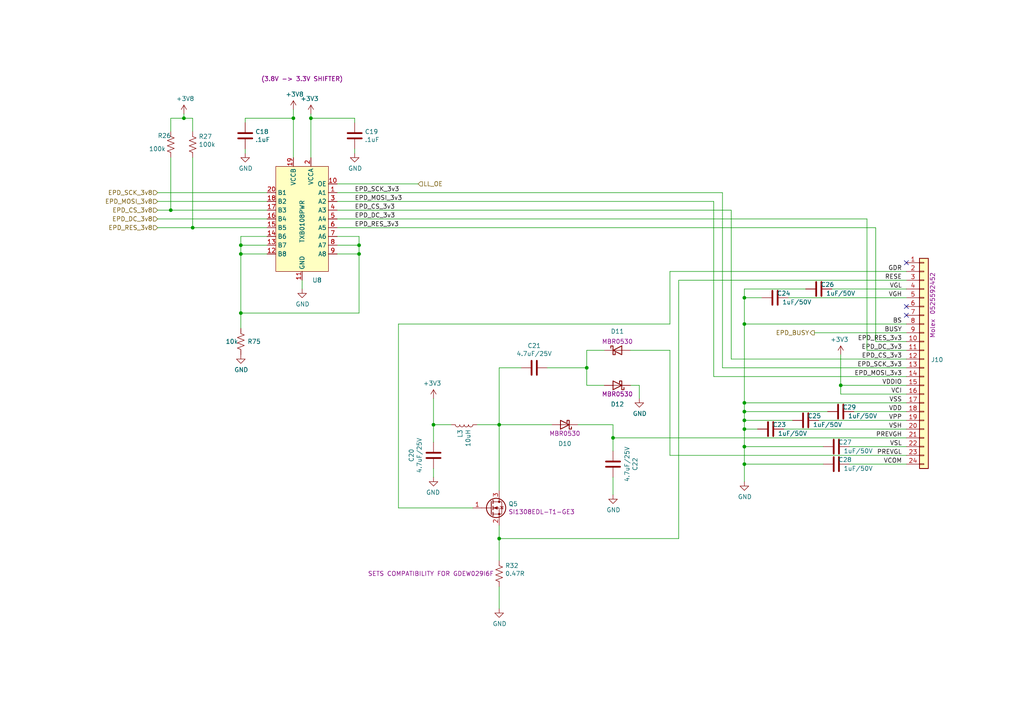
<source format=kicad_sch>
(kicad_sch (version 20211123) (generator eeschema)
  (paper "A4")
  (title_block (title "ePAPER DRIVER") (comment 1 "For Good Display GDEW029I6F "))
  (lib_symbols
    (symbol "Connector_Generic:Conn_01x24" (pin_names (offset 1.016) hide)
      (property "Reference" "J" (at 0 30.48 0))
      (property "Value" "Conn_01x24" (at 0 -33.02 0))
      (symbol "Conn_01x24_1_1"
        (rectangle (start -1.27 -30.353) (end 0 -30.607) (stroke (width 0.1524)))
        (rectangle (start -1.27 -27.813) (end 0 -28.067) (stroke (width 0.1524)))
        (rectangle (start -1.27 -25.273) (end 0 -25.527) (stroke (width 0.1524)))
        (rectangle (start -1.27 -22.733) (end 0 -22.987) (stroke (width 0.1524)))
        (rectangle (start -1.27 -20.193) (end 0 -20.447) (stroke (width 0.1524)))
        (rectangle (start -1.27 -17.653) (end 0 -17.907) (stroke (width 0.1524)))
        (rectangle (start -1.27 -15.113) (end 0 -15.367) (stroke (width 0.1524)))
        (rectangle (start -1.27 -12.573) (end 0 -12.827) (stroke (width 0.1524)))
        (rectangle (start -1.27 -10.033) (end 0 -10.287) (stroke (width 0.1524)))
        (rectangle (start -1.27 -7.493) (end 0 -7.747) (stroke (width 0.1524)))
        (rectangle (start -1.27 -4.953) (end 0 -5.207) (stroke (width 0.1524)))
        (rectangle (start -1.27 -2.413) (end 0 -2.667) (stroke (width 0.1524)))
        (rectangle (start -1.27 0.127) (end 0 -0.127) (stroke (width 0.1524)))
        (rectangle (start -1.27 2.667) (end 0 2.413) (stroke (width 0.1524)))
        (rectangle (start -1.27 5.207) (end 0 4.953) (stroke (width 0.1524)))
        (rectangle (start -1.27 7.747) (end 0 7.493) (stroke (width 0.1524)))
        (rectangle (start -1.27 10.287) (end 0 10.033) (stroke (width 0.1524)))
        (rectangle (start -1.27 12.827) (end 0 12.573) (stroke (width 0.1524)))
        (rectangle (start -1.27 15.367) (end 0 15.113) (stroke (width 0.1524)))
        (rectangle (start -1.27 17.907) (end 0 17.653) (stroke (width 0.1524)))
        (rectangle (start -1.27 20.447) (end 0 20.193) (stroke (width 0.1524)))
        (rectangle (start -1.27 22.987) (end 0 22.733) (stroke (width 0.1524)))
        (rectangle (start -1.27 25.527) (end 0 25.273) (stroke (width 0.1524)))
        (rectangle (start -1.27 28.067) (end 0 27.813) (stroke (width 0.1524)))
        (rectangle (start -1.27 29.21) (end 1.27 -31.75) (stroke (width 0.254)) (fill (type background)))
        (pin passive line (at -5.08 27.94 0) (length 3.81) (name "Pin_1") (number "1"))
        (pin passive line (at -5.08 5.08 0) (length 3.81) (name "Pin_10") (number "10"))
        (pin passive line (at -5.08 2.54 0) (length 3.81) (name "Pin_11") (number "11"))
        (pin passive line (at -5.08 0 0) (length 3.81) (name "Pin_12") (number "12"))
        (pin passive line (at -5.08 -2.54 0) (length 3.81) (name "Pin_13") (number "13"))
        (pin passive line (at -5.08 -5.08 0) (length 3.81) (name "Pin_14") (number "14"))
        (pin passive line (at -5.08 -7.62 0) (length 3.81) (name "Pin_15") (number "15"))
        (pin passive line (at -5.08 -10.16 0) (length 3.81) (name "Pin_16") (number "16"))
        (pin passive line (at -5.08 -12.7 0) (length 3.81) (name "Pin_17") (number "17"))
        (pin passive line (at -5.08 -15.24 0) (length 3.81) (name "Pin_18") (number "18"))
        (pin passive line (at -5.08 -17.78 0) (length 3.81) (name "Pin_19") (number "19"))
        (pin passive line (at -5.08 25.4 0) (length 3.81) (name "Pin_2") (number "2"))
        (pin passive line (at -5.08 -20.32 0) (length 3.81) (name "Pin_20") (number "20"))
        (pin passive line (at -5.08 -22.86 0) (length 3.81) (name "Pin_21") (number "21"))
        (pin passive line (at -5.08 -25.4 0) (length 3.81) (name "Pin_22") (number "22"))
        (pin passive line (at -5.08 -27.94 0) (length 3.81) (name "Pin_23") (number "23"))
        (pin passive line (at -5.08 -30.48 0) (length 3.81) (name "Pin_24") (number "24"))
        (pin passive line (at -5.08 22.86 0) (length 3.81) (name "Pin_3") (number "3"))
        (pin passive line (at -5.08 20.32 0) (length 3.81) (name "Pin_4") (number "4"))
        (pin passive line (at -5.08 17.78 0) (length 3.81) (name "Pin_5") (number "5"))
        (pin passive line (at -5.08 15.24 0) (length 3.81) (name "Pin_6") (number "6"))
        (pin passive line (at -5.08 12.7 0) (length 3.81) (name "Pin_7") (number "7"))
        (pin passive line (at -5.08 10.16 0) (length 3.81) (name "Pin_8") (number "8"))
        (pin passive line (at -5.08 7.62 0) (length 3.81) (name "Pin_9") (number "9"))
      )
    )
    (symbol "Device:C" (pin_numbers hide) (pin_names (offset 0.254))
      (property "Reference" "C" (at 0.635 2.54 0))
      (property "Value" "C" (at 0.635 -2.54 0))
      (symbol "C_0_1"
        (polyline (pts (xy -2.032 -0.762) (xy 2.032 -0.762)) (stroke (width 0.508)))
        (polyline (pts (xy -2.032 0.762) (xy 2.032 0.762)) (stroke (width 0.508)))
      )
      (symbol "C_1_1"
        (pin passive line (at 0 3.81 270) (length 2.794) (name "~") (number "1"))
        (pin passive line (at 0 -3.81 90) (length 2.794) (name "~") (number "2"))
      )
    )
    (symbol "Device:L" (pin_numbers hide) (pin_names (offset 1.016) hide)
      (property "Reference" "L" (at -1.27 0 90))
      (property "Value" "L" (at 1.905 0 90))
      (symbol "L_0_1"
        (arc (start 0 -2.54) (mid 0.635 -1.905) (end 0 -1.27))
        (arc (start 0 -1.27) (mid 0.635 -0.635) (end 0 0))
        (arc (start 0 0) (mid 0.635 0.635) (end 0 1.27))
        (arc (start 0 1.27) (mid 0.635 1.905) (end 0 2.54))
      )
      (symbol "L_1_1"
        (pin passive line (at 0 3.81 270) (length 1.27) (name "1") (number "1"))
        (pin passive line (at 0 -3.81 90) (length 1.27) (name "2") (number "2"))
      )
    )
    (symbol "Device:Q_NMOS_GSD" (pin_names (offset 0) hide)
      (property "Reference" "Q" (at 5.08 1.27 0))
      (property "Value" "Q_NMOS_GSD" (at 5.08 -1.27 0))
      (symbol "Q_NMOS_GSD_0_1"
        (polyline (pts (xy 0.254 0) (xy -2.54 0)))
        (polyline (pts (xy 0.254 1.905) (xy 0.254 -1.905)) (stroke (width 0.254)))
        (polyline (pts (xy 0.762 -1.27) (xy 0.762 -2.286)) (stroke (width 0.254)))
        (polyline (pts (xy 0.762 0.508) (xy 0.762 -0.508)) (stroke (width 0.254)))
        (polyline (pts (xy 0.762 2.286) (xy 0.762 1.27)) (stroke (width 0.254)))
        (polyline (pts (xy 2.54 2.54) (xy 2.54 1.778)))
        (polyline (pts (xy 2.54 -2.54) (xy 2.54 0) (xy 0.762 0)))
        (polyline (pts (xy 0.762 -1.778) (xy 3.302 -1.778) (xy 3.302 1.778) (xy 0.762 1.778)))
        (polyline (pts (xy 1.016 0) (xy 2.032 0.381) (xy 2.032 -0.381) (xy 1.016 0)) (fill (type outline)))
        (polyline (pts (xy 2.794 0.508) (xy 2.921 0.381) (xy 3.683 0.381) (xy 3.81 0.254)))
        (polyline (pts (xy 3.302 0.381) (xy 2.921 -0.254) (xy 3.683 -0.254) (xy 3.302 0.381)))
        (circle (center 1.651 0) (radius 2.794) (stroke (width 0.254)))
        (circle (center 2.54 -1.778) (radius 0.254) (fill (type outline)))
        (circle (center 2.54 1.778) (radius 0.254) (fill (type outline)))
      )
      (symbol "Q_NMOS_GSD_1_1"
        (pin input line (at -5.08 0 0) (length 2.54) (name "G") (number "1"))
        (pin passive line (at 2.54 -5.08 90) (length 2.54) (name "S") (number "2"))
        (pin passive line (at 2.54 5.08 270) (length 2.54) (name "D") (number "3"))
      )
    )
    (symbol "Device:R_US" (pin_numbers hide) (pin_names (offset 0))
      (property "Reference" "R" (at 2.54 0 90))
      (property "Value" "R_US" (at -2.54 0 90))
      (symbol "R_US_0_1"
        (polyline (pts (xy 0 -2.286) (xy 0 -2.54)))
        (polyline (pts (xy 0 2.286) (xy 0 2.54)))
        (polyline (pts (xy 0 -0.762) (xy 1.016 -1.143) (xy 0 -1.524) (xy -1.016 -1.905) (xy 0 -2.286)))
        (polyline (pts (xy 0 0.762) (xy 1.016 0.381) (xy 0 0) (xy -1.016 -0.381) (xy 0 -0.762)))
        (polyline (pts (xy 0 2.286) (xy 1.016 1.905) (xy 0 1.524) (xy -1.016 1.143) (xy 0 0.762)))
      )
      (symbol "R_US_1_1"
        (pin passive line (at 0 3.81 270) (length 1.27) (name "~") (number "1"))
        (pin passive line (at 0 -3.81 90) (length 1.27) (name "~") (number "2"))
      )
    )
    (symbol "Diode:MBR0530" (pin_numbers hide) (pin_names (offset 1.016) hide)
      (property "Reference" "D" (at 0 2.54 0))
      (property "Value" "MBR0530" (at 0 -2.54 0))
      (symbol "MBR0530_0_1"
        (polyline (pts (xy 1.27 0) (xy -1.27 0)))
        (polyline (pts (xy 1.27 1.27) (xy 1.27 -1.27) (xy -1.27 0) (xy 1.27 1.27)) (stroke (width 0.254)))
        (polyline (pts (xy -1.905 0.635) (xy -1.905 1.27) (xy -1.27 1.27) (xy -1.27 -1.27) (xy -0.635 -1.27) (xy -0.635 -0.635)) (stroke (width 0.254)))
      )
      (symbol "MBR0530_1_1"
        (pin passive line (at -3.81 0 0) (length 2.54) (name "K") (number "1"))
        (pin passive line (at 3.81 0 180) (length 2.54) (name "A") (number "2"))
      )
    )
    (symbol "MBR0530_1" (pin_numbers hide) (pin_names (offset 1.016) hide)
      (property "Reference" "D" (at 0 2.54 0))
      (property "Value" "MBR0530_1" (at 0 -2.54 0))
      (symbol "MBR0530_1_0_1"
        (polyline (pts (xy 1.27 0) (xy -1.27 0)))
        (polyline (pts (xy 1.27 1.27) (xy 1.27 -1.27) (xy -1.27 0) (xy 1.27 1.27)) (stroke (width 0.254)))
        (polyline (pts (xy -1.905 0.635) (xy -1.905 1.27) (xy -1.27 1.27) (xy -1.27 -1.27) (xy -0.635 -1.27) (xy -0.635 -0.635)) (stroke (width 0.254)))
      )
      (symbol "MBR0530_1_1_1"
        (pin passive line (at -3.81 0 0) (length 2.54) (name "K") (number "1"))
        (pin passive line (at 3.81 0 180) (length 2.54) (name "A") (number "2"))
      )
    )
    (symbol "MyLibrary:TXB0108PWR"
      (property "Reference" "U" (at 1.27 7.62 0))
      (property "Value" "TXB0108PWR" (at 0 -0.635 90))
      (symbol "TXB0108PWR_0_1"
        (rectangle (start -7.62 13.97) (end 7.62 -16.51) (fill (type background)))
      )
      (symbol "TXB0108PWR_1_1"
        (pin bidirectional line (at -10.16 6.35 0) (length 2.54) (name "A1") (number "1"))
        (pin bidirectional line (at -10.16 8.89 0) (length 2.54) (name "OE") (number "10"))
        (pin bidirectional line (at 0 -19.05 90) (length 2.54) (name "GND") (number "11"))
        (pin bidirectional line (at 10.16 -11.43 180) (length 2.54) (name "B8") (number "12"))
        (pin bidirectional line (at 10.16 -8.89 180) (length 2.54) (name "B7") (number "13"))
        (pin bidirectional line (at 10.16 -6.35 180) (length 2.54) (name "B6") (number "14"))
        (pin bidirectional line (at 10.16 -3.81 180) (length 2.54) (name "B5") (number "15"))
        (pin bidirectional line (at 10.16 -1.27 180) (length 2.54) (name "B4") (number "16"))
        (pin bidirectional line (at 10.16 1.27 180) (length 2.54) (name "B3") (number "17"))
        (pin bidirectional line (at 10.16 3.81 180) (length 2.54) (name "B2") (number "18"))
        (pin bidirectional line (at 2.54 16.51 270) (length 2.54) (name "VCCB") (number "19"))
        (pin bidirectional line (at -2.54 16.51 270) (length 2.54) (name "VCCA") (number "2"))
        (pin bidirectional line (at 10.16 6.35 180) (length 2.54) (name "B1") (number "20"))
        (pin bidirectional line (at -10.16 3.81 0) (length 2.54) (name "A2") (number "3"))
        (pin bidirectional line (at -10.16 1.27 0) (length 2.54) (name "A3") (number "4"))
        (pin bidirectional line (at -10.16 -1.27 0) (length 2.54) (name "A4") (number "5"))
        (pin bidirectional line (at -10.16 -3.81 0) (length 2.54) (name "A5") (number "6"))
        (pin bidirectional line (at -10.16 -6.35 0) (length 2.54) (name "A6") (number "7"))
        (pin bidirectional line (at -10.16 -8.89 0) (length 2.54) (name "A7") (number "8"))
        (pin bidirectional line (at -10.16 -11.43 0) (length 2.54) (name "A8") (number "9"))
      )
    )
    (symbol "power:+3V3" (power) (pin_names (offset 0))
      (property "Value" "+3V3" (at 0 3.556 0))
      (symbol "+3V3_0_1"
        (polyline (pts (xy -0.762 1.27) (xy 0 2.54)))
        (polyline (pts (xy 0 0) (xy 0 2.54)))
        (polyline (pts (xy 0 2.54) (xy 0.762 1.27)))
      )
      (symbol "+3V3_1_1"
        (pin power_in line (at 0 0 90) (length 0) hide (name "+3V3") (number "1"))
      )
    )
    (symbol "power:+3V8" (power) (pin_names (offset 0))
      (property "Value" "+3V8" (at 0 3.556 0))
      (symbol "+3V8_0_1"
        (polyline (pts (xy -0.762 1.27) (xy 0 2.54)))
        (polyline (pts (xy 0 0) (xy 0 2.54)))
        (polyline (pts (xy 0 2.54) (xy 0.762 1.27)))
      )
      (symbol "+3V8_1_1"
        (pin power_in line (at 0 0 90) (length 0) hide (name "+3V8") (number "1"))
      )
    )
    (symbol "power:GND" (power) (pin_names (offset 0))
      (property "Value" "GND" (at 0 -3.81 0))
      (symbol "GND_0_1"
        (polyline (pts (xy 0 0) (xy 0 -1.27) (xy 1.27 -1.27) (xy 0 -2.54) (xy -1.27 -1.27) (xy 0 -1.27)))
      )
      (symbol "GND_1_1"
        (pin power_in line (at 0 0 270) (length 0) hide (name "GND") (number "1"))
      )
    )
  )
  (junction (at 215.9 121.92))
  (junction (at 49.53 60.96))
  (junction (at 215.9 129.54))
  (junction (at 177.8 127))
  (junction (at 243.84 111.76))
  (junction (at 53.34 34.29))
  (junction (at 90.17 34.29))
  (junction (at 215.9 119.38))
  (junction (at 215.9 134.62))
  (junction (at 170.18 106.68))
  (junction (at 69.85 90.805))
  (junction (at 144.78 156.21))
  (junction (at 215.9 124.46))
  (junction (at 215.9 116.84))
  (junction (at 215.9 93.98))
  (junction (at 104.14 73.66))
  (junction (at 215.9 86.36))
  (junction (at 85.09 34.29))
  (junction (at 144.78 123.19))
  (junction (at 125.73 123.19))
  (junction (at 104.14 71.12))
  (junction (at 69.85 71.12))
  (junction (at 69.85 73.66))
  (junction (at 55.88 66.04))
  (no_connect (at 262.89 91.44))
  (no_connect (at 262.89 88.9))
  (no_connect (at 262.89 76.2))
  (wire (pts (xy 97.79 60.96) (xy 212.09 60.96)))
  (wire (pts (xy 55.88 38.1) (xy 55.88 34.29)))
  (wire (pts (xy 55.88 45.72) (xy 55.88 66.04)))
  (wire (pts (xy 194.31 132.08) (xy 262.89 132.08)))
  (wire (pts (xy 246.38 129.54) (xy 262.89 129.54)))
  (wire (pts (xy 194.31 132.08) (xy 194.31 101.6)))
  (wire (pts (xy 215.9 83.82) (xy 215.9 86.36)))
  (wire (pts (xy 90.17 33.02) (xy 90.17 34.29)))
  (wire (pts (xy 144.78 156.21) (xy 196.85 156.21)))
  (wire (pts (xy 71.12 34.29) (xy 71.12 35.56)))
  (wire (pts (xy 177.8 127) (xy 262.89 127)))
  (wire (pts (xy 104.14 71.12) (xy 104.14 68.58)))
  (wire (pts (xy 104.14 73.66) (xy 104.14 90.805)))
  (wire (pts (xy 243.84 111.76) (xy 243.84 114.3)))
  (wire (pts (xy 262.89 111.76) (xy 243.84 111.76)))
  (wire (pts (xy 144.78 156.21) (xy 144.78 162.56)))
  (wire (pts (xy 240.03 119.38) (xy 215.9 119.38)))
  (wire (pts (xy 144.78 170.18) (xy 144.78 176.53)))
  (wire (pts (xy 45.72 55.88) (xy 77.47 55.88)))
  (wire (pts (xy 196.85 81.28) (xy 262.89 81.28)))
  (wire (pts (xy 207.01 109.22) (xy 262.89 109.22)))
  (wire (pts (xy 251.46 63.5) (xy 251.46 101.6)))
  (wire (pts (xy 144.78 123.19) (xy 160.02 123.19)))
  (wire (pts (xy 77.47 73.66) (xy 69.85 73.66)))
  (wire (pts (xy 254 66.04) (xy 254 99.06)))
  (wire (pts (xy 215.9 124.46) (xy 215.9 129.54)))
  (wire (pts (xy 151.13 106.68) (xy 144.78 106.68)))
  (wire (pts (xy 97.79 71.12) (xy 104.14 71.12)))
  (wire (pts (xy 262.89 116.84) (xy 215.9 116.84)))
  (wire (pts (xy 243.84 114.3) (xy 262.89 114.3)))
  (wire (pts (xy 237.49 121.92) (xy 262.89 121.92)))
  (wire (pts (xy 194.31 78.74) (xy 262.89 78.74)))
  (wire (pts (xy 215.9 121.92) (xy 215.9 124.46)))
  (wire (pts (xy 207.01 58.42) (xy 207.01 109.22)))
  (wire (pts (xy 97.79 63.5) (xy 251.46 63.5)))
  (wire (pts (xy 87.63 81.28) (xy 87.63 83.82)))
  (wire (pts (xy 49.53 34.29) (xy 49.53 38.1)))
  (wire (pts (xy 170.18 101.6) (xy 175.26 101.6)))
  (wire (pts (xy 97.79 73.66) (xy 104.14 73.66)))
  (wire (pts (xy 215.9 129.54) (xy 238.76 129.54)))
  (wire (pts (xy 167.64 123.19) (xy 177.8 123.19)))
  (wire (pts (xy 125.73 115.57) (xy 125.73 123.19)))
  (wire (pts (xy 97.79 66.04) (xy 254 66.04)))
  (wire (pts (xy 125.73 138.43) (xy 125.73 135.89)))
  (wire (pts (xy 254 99.06) (xy 262.89 99.06)))
  (wire (pts (xy 77.47 66.04) (xy 55.88 66.04)))
  (wire (pts (xy 177.8 138.43) (xy 177.8 143.51)))
  (wire (pts (xy 233.68 83.82) (xy 215.9 83.82)))
  (wire (pts (xy 53.34 34.29) (xy 53.34 33.02)))
  (wire (pts (xy 158.75 106.68) (xy 170.18 106.68)))
  (wire (pts (xy 212.09 60.96) (xy 212.09 104.14)))
  (wire (pts (xy 177.8 123.19) (xy 177.8 127)))
  (wire (pts (xy 194.31 93.98) (xy 194.31 78.74)))
  (wire (pts (xy 55.88 34.29) (xy 53.34 34.29)))
  (wire (pts (xy 69.85 90.805) (xy 69.85 95.25)))
  (wire (pts (xy 262.89 124.46) (xy 227.33 124.46)))
  (wire (pts (xy 182.88 111.76) (xy 185.42 111.76)))
  (wire (pts (xy 194.31 101.6) (xy 182.88 101.6)))
  (wire (pts (xy 251.46 101.6) (xy 262.89 101.6)))
  (wire (pts (xy 212.09 104.14) (xy 262.89 104.14)))
  (wire (pts (xy 90.17 34.29) (xy 90.17 45.72)))
  (wire (pts (xy 102.87 35.56) (xy 102.87 34.29)))
  (wire (pts (xy 170.18 106.68) (xy 170.18 101.6)))
  (wire (pts (xy 209.55 106.68) (xy 262.89 106.68)))
  (wire (pts (xy 229.87 121.92) (xy 215.9 121.92)))
  (wire (pts (xy 53.34 34.29) (xy 49.53 34.29)))
  (wire (pts (xy 85.09 34.29) (xy 71.12 34.29)))
  (wire (pts (xy 104.14 73.66) (xy 104.14 71.12)))
  (wire (pts (xy 238.76 134.62) (xy 215.9 134.62)))
  (wire (pts (xy 102.87 44.45) (xy 102.87 43.18)))
  (wire (pts (xy 137.16 147.32) (xy 115.57 147.32)))
  (wire (pts (xy 236.22 96.52) (xy 262.89 96.52)))
  (wire (pts (xy 85.09 34.29) (xy 85.09 31.75)))
  (wire (pts (xy 85.09 45.72) (xy 85.09 34.29)))
  (wire (pts (xy 104.14 90.805) (xy 69.85 90.805)))
  (wire (pts (xy 262.89 83.82) (xy 241.3 83.82)))
  (wire (pts (xy 209.55 55.88) (xy 209.55 106.68)))
  (wire (pts (xy 97.79 53.34) (xy 121.285 53.34)))
  (wire (pts (xy 125.73 123.19) (xy 125.73 128.27)))
  (wire (pts (xy 215.9 116.84) (xy 215.9 119.38)))
  (wire (pts (xy 69.85 73.66) (xy 69.85 90.805)))
  (wire (pts (xy 215.9 134.62) (xy 215.9 139.7)))
  (wire (pts (xy 215.9 129.54) (xy 215.9 134.62)))
  (wire (pts (xy 97.79 55.88) (xy 209.55 55.88)))
  (wire (pts (xy 102.87 34.29) (xy 90.17 34.29)))
  (wire (pts (xy 138.43 123.19) (xy 144.78 123.19)))
  (wire (pts (xy 215.9 93.98) (xy 215.9 116.84)))
  (wire (pts (xy 45.72 63.5) (xy 77.47 63.5)))
  (wire (pts (xy 243.84 111.76) (xy 243.84 102.87)))
  (wire (pts (xy 130.81 123.19) (xy 125.73 123.19)))
  (wire (pts (xy 215.9 86.36) (xy 215.9 93.98)))
  (wire (pts (xy 69.85 71.12) (xy 77.47 71.12)))
  (wire (pts (xy 71.12 44.45) (xy 71.12 43.18)))
  (wire (pts (xy 69.85 71.12) (xy 69.85 68.58)))
  (wire (pts (xy 262.89 134.62) (xy 246.38 134.62)))
  (wire (pts (xy 170.18 106.68) (xy 170.18 111.76)))
  (wire (pts (xy 115.57 147.32) (xy 115.57 93.98)))
  (wire (pts (xy 69.85 73.66) (xy 69.85 71.12)))
  (wire (pts (xy 49.53 60.96) (xy 45.72 60.96)))
  (wire (pts (xy 115.57 93.98) (xy 194.31 93.98)))
  (wire (pts (xy 177.8 127) (xy 177.8 130.81)))
  (wire (pts (xy 196.85 156.21) (xy 196.85 81.28)))
  (wire (pts (xy 220.98 86.36) (xy 215.9 86.36)))
  (wire (pts (xy 45.72 58.42) (xy 77.47 58.42)))
  (wire (pts (xy 144.78 152.4) (xy 144.78 156.21)))
  (wire (pts (xy 55.88 66.04) (xy 45.72 66.04)))
  (wire (pts (xy 97.79 58.42) (xy 207.01 58.42)))
  (wire (pts (xy 219.71 124.46) (xy 215.9 124.46)))
  (wire (pts (xy 77.47 60.96) (xy 49.53 60.96)))
  (wire (pts (xy 170.18 111.76) (xy 175.26 111.76)))
  (wire (pts (xy 69.85 68.58) (xy 77.47 68.58)))
  (wire (pts (xy 262.89 93.98) (xy 215.9 93.98)))
  (wire (pts (xy 215.9 119.38) (xy 215.9 121.92)))
  (wire (pts (xy 185.42 111.76) (xy 185.42 115.57)))
  (wire (pts (xy 262.89 119.38) (xy 247.65 119.38)))
  (wire (pts (xy 144.78 106.68) (xy 144.78 123.19)))
  (wire (pts (xy 49.53 60.96) (xy 49.53 45.72)))
  (wire (pts (xy 262.89 86.36) (xy 228.6 86.36)))
  (wire (pts (xy 104.14 68.58) (xy 97.79 68.58)))
  (wire (pts (xy 144.78 123.19) (xy 144.78 142.24)))
  (label "EPD_CS_3v3" (at 261.62 104.14 180))
  (label "VSL" (at 261.62 129.54 180))
  (label "EPD_CS_3v3" (at 102.87 60.96 0))
  (label "GDR" (at 261.62 78.74 180))
  (label "EPD_MOSI_3v3" (at 102.87 58.42 0))
  (label "EPD_RES_3v3" (at 102.87 66.04 0))
  (label "PREVGL" (at 261.62 132.08 180))
  (label "BUSY" (at 261.62 96.52 180))
  (label "EPD_DC_3v3" (at 102.87 63.5 0))
  (label "VSH" (at 261.62 124.46 180))
  (label "VDD" (at 261.62 119.38 180))
  (label "RESE" (at 261.62 81.28 180))
  (label "EPD_DC_3v3" (at 261.62 101.6 180))
  (label "VDDIO" (at 261.62 111.76 180))
  (label "VGL" (at 261.62 83.82 180))
  (label "VCOM" (at 261.62 134.62 180))
  (label "PREVGH" (at 261.62 127 180))
  (label "EPD_RES_3v3" (at 261.62 99.06 180))
  (label "VPP" (at 261.62 121.92 180))
  (label "VSS" (at 261.62 116.84 180))
  (label "VGH" (at 261.62 86.36 180))
  (label "VCI" (at 261.62 114.3 180))
  (label "BS" (at 261.62 93.98 180))
  (label "EPD_SCK_3v3" (at 102.87 55.88 0))
  (label "EPD_MOSI_3v3" (at 261.62 109.22 180))
  (label "EPD_SCK_3v3" (at 261.62 106.68 180))
  (hierarchical_label "EPD_CS_3v8" (shape input) (at 45.72 60.96 180))
  (hierarchical_label "EPD_RES_3v8" (shape input) (at 45.72 66.04 180))
  (hierarchical_label "EPD_BUSY" (shape output) (at 236.22 96.52 180))
  (hierarchical_label "EPD_DC_3v8" (shape input) (at 45.72 63.5 180))
  (hierarchical_label "EPD_SCK_3v8" (shape input) (at 45.72 55.88 180))
  (hierarchical_label "LL_OE" (shape input) (at 121.285 53.34 0))
  (hierarchical_label "EPD_MOSI_3v8" (shape input) (at 45.72 58.42 180))
  (symbol (lib_id "power:GND") (at 144.78 176.53 0) (unit 1)
    (property "Reference" "#PWR0155" (effects hide))
    (property "Value" "GND" (at 144.907 180.9242 0))
  )
  (symbol (lib_id "Device:C") (at 177.8 134.62 180) (unit 1)
    (property "Reference" "C22" (at 184.2008 134.62 90))
    (property "Value" "4.7uF/25V" (at 181.8894 134.62 90))
    (property "Footprint" "Capacitor_SMD:C_0805_2012Metric" (effects hide))
    (property "Mfg. Name" "Samsung" (effects hide))
    (property "Mfg. Part No." "CL21A475KBQNNNE" (effects hide))
  )
  (symbol (lib_id "power:GND") (at 177.8 143.51 0) (unit 1)
    (property "Reference" "#PWR0156" (effects hide))
    (property "Value" "GND" (at 177.927 147.9042 0))
  )
  (symbol (lib_id "Device:C") (at 154.94 106.68 270) (unit 1)
    (property "Reference" "C21" (at 154.94 100.2792 90))
    (property "Value" "4.7uF/25V" (at 154.94 102.5906 90))
    (property "Footprint" "Capacitor_SMD:C_0805_2012Metric" (effects hide))
    (property "Mfg. Name" "Samsung" (effects hide))
    (property "Mfg. Part No." "CL21A475KBQNNNE" (effects hide))
  )
  (symbol (lib_id "Diode:MBR0530") (at 179.07 101.6 0) (unit 1)
    (property "Reference" "D11" (at 179.07 96.1136 0))
    (property "Value" "MBR0530 Diode for ePaper" (effects hide))
    (property "Footprint" "Diode_SMD:D_SOD-123" (effects hide))
    (property "Datasheet" "http://www.mccsemi.com/up_pdf/MBR0520~MBR0580(SOD123).pdf" (effects hide))
    (property "Mfg. Name" "ON Semi" (effects hide))
    (property "Mfg. Part No." "MBR0530" (at 179.07 99.06 0))
  )
  (symbol (lib_id "power:GND") (at 185.42 115.57 0) (unit 1)
    (property "Reference" "#PWR0157" (effects hide))
    (property "Value" "GND" (at 185.547 119.9642 0))
  )
  (symbol (lib_id "Device:C") (at 237.49 83.82 270) (unit 1)
    (property "Reference" "C26" (at 240.03 82.55 90))
    (property "Value" "1uF/50V" (at 243.84 85.09 90))
    (property "Footprint" "Capacitor_SMD:C_0805_2012Metric" (effects hide))
    (property "Mfg. Name" "Yageo" (effects hide))
    (property "Mfg. Part No." "CC0805KKX7R9BB105" (effects hide))
  )
  (symbol (lib_id "Device:C") (at 224.79 86.36 270) (unit 1)
    (property "Reference" "C24" (at 227.33 85.09 90))
    (property "Value" "1uF/50V" (at 231.14 87.63 90))
    (property "Footprint" "Capacitor_SMD:C_0805_2012Metric" (effects hide))
    (property "Mfg. Name" "Yageo" (effects hide))
    (property "Mfg. Part No." "CC0805KKX7R9BB105" (effects hide))
  )
  (symbol (lib_id "power:GND") (at 215.9 139.7 0) (unit 1)
    (property "Reference" "#PWR0158" (effects hide))
    (property "Value" "GND" (at 216.027 144.0942 0))
  )
  (symbol (lib_id "power:+3V3") (at 90.17 33.02 0) (mirror y) (unit 1)
    (property "Reference" "#PWR0164" (effects hide))
    (property "Value" "+3V3" (at 89.789 28.6258 0))
  )
  (symbol (lib_id "power:GND") (at 87.63 83.82 0) (unit 1)
    (property "Reference" "#PWR0165" (effects hide))
    (property "Value" "GND" (at 87.757 88.2142 0))
  )
  (symbol (lib_id "Device:R_US") (at 49.53 41.91 0) (unit 1)
    (property "Reference" "R26" (at 45.72 39.37 0) (effects (justify left)))
    (property "Value" "100k" (at 43.18 43.18 0) (effects (justify left)))
    (property "Footprint" "Resistor_SMD:R_0603_1608Metric" (effects hide))
  )
  (symbol (lib_id "power:+3V8") (at 53.34 33.02 0) (unit 1)
    (property "Reference" "#PWR0166" (effects hide))
    (property "Value" "+3V8" (at 53.721 28.6258 0))
  )
  (symbol (lib_id "Device:R_US") (at 55.88 41.91 0) (unit 1)
    (property "Reference" "R27" (at 57.6072 39.5986 0) (effects (justify left)))
    (property "Value" "100k" (at 57.6072 41.91 0) (effects (justify left)))
    (property "Footprint" "Resistor_SMD:R_0603_1608Metric" (effects hide))
  )
  (symbol (lib_id "power:+3V3") (at 243.84 102.87 0) (mirror y) (unit 1)
    (property "Reference" "#PWR0167" (effects hide))
    (property "Value" "+3V3" (at 243.459 98.4758 0))
  )
  (symbol (lib_id "Device:C") (at 243.84 119.38 270) (unit 1)
    (property "Reference" "C29" (at 246.38 118.11 90))
    (property "Value" "1uF/50V" (at 250.19 120.65 90))
    (property "Footprint" "Capacitor_SMD:C_0805_2012Metric" (effects hide))
    (property "Mfg. Name" "Yageo" (effects hide))
    (property "Mfg. Part No." "CC0805KKX7R9BB105" (effects hide))
  )
  (symbol (lib_id "Device:C") (at 223.52 124.46 270) (unit 1)
    (property "Reference" "C23" (at 226.06 123.19 90))
    (property "Value" "1uF/50V" (at 229.87 125.73 90))
    (property "Footprint" "Capacitor_SMD:C_0805_2012Metric" (effects hide))
    (property "Mfg. Name" "Yageo" (effects hide))
    (property "Mfg. Part No." "CC0805KKX7R9BB105" (effects hide))
  )
  (symbol (lib_id "Device:C") (at 233.68 121.92 270) (unit 1)
    (property "Reference" "C25" (at 236.22 120.65 90))
    (property "Value" "1uF/50V" (at 240.03 123.19 90))
    (property "Footprint" "Capacitor_SMD:C_0805_2012Metric" (effects hide))
    (property "Mfg. Name" "Yageo" (effects hide))
    (property "Mfg. Part No." "CC0805KKX7R9BB105" (effects hide))
  )
  (symbol (lib_id "Device:C") (at 242.57 129.54 270) (unit 1)
    (property "Reference" "C27" (at 245.11 128.27 90))
    (property "Value" "1uF/50V" (at 248.92 130.81 90))
    (property "Footprint" "Capacitor_SMD:C_0805_2012Metric" (effects hide))
    (property "Mfg. Name" "Yageo" (effects hide))
    (property "Mfg. Part No." "CC0805KKX7R9BB105" (effects hide))
  )
  (symbol (lib_id "Device:C") (at 242.57 134.62 270) (unit 1)
    (property "Reference" "C28" (at 245.11 133.35 90))
    (property "Value" "1uF/50V" (at 248.92 135.89 90))
    (property "Footprint" "Capacitor_SMD:C_0805_2012Metric" (effects hide))
    (property "Mfg. Name" "Yageo" (effects hide))
    (property "Mfg. Part No." "CC0805KKX7R9BB105" (effects hide))
  )
  (symbol (lib_id "power:+3V8") (at 85.09 31.75 0) (unit 1)
    (property "Reference" "#PWR0170" (effects hide))
    (property "Value" "+3V8" (at 85.471 27.3558 0))
  )
  (symbol (lib_id "Device:C") (at 71.12 39.37 0) (unit 1)
    (property "Reference" "C18" (at 74.041 38.2016 0) (effects (justify left)))
    (property "Value" ".1uF" (at 74.041 40.513 0) (effects (justify left)))
    (property "Footprint" "Capacitor_SMD:C_0603_1608Metric" (effects hide))
  )
  (symbol (lib_id "Device:Q_NMOS_GSD") (at 142.24 147.32 0) (unit 1)
    (property "Reference" "Q5" (at 147.447 146.1516 0) (effects (justify left)))
    (property "Value" "N-MOSFET 30V 1.4A" (effects hide))
    (property "Footprint" "Package_TO_SOT_SMD:SOT-323_SC-70" (effects hide))
    (property "Datasheet" "https://www.vishay.com/docs/63399/si1308edl.pdf" (effects hide))
    (property "Mfg. Name" "Vishay" (effects hide))
    (property "Mfg. Part No." "SI1308EDL-T1-GE3 " (at 147.447 148.463 0) (effects (justify left)))
    (property "Alt. Part No." "NX3020NAKW,115" (effects hide))
  )
  (symbol (lib_id "Device:R_US") (at 144.78 166.37 0) (unit 1)
    (property "Reference" "R32" (at 146.5072 164.0586 0) (effects (justify left)))
    (property "Value" "0.47R" (at 146.5072 166.37 0) (effects (justify left)))
    (property "Footprint" "Resistor_SMD:R_0402_1005Metric" (effects hide))
    (property "Note" "SETS COMPATIBILITY FOR GDEW029I6F" (at 106.68 166.37 0) (effects (justify left)))
    (property "Mfg. Name" "Panasonic" (effects hide))
    (property "Mfg. Part No." "ERJ-2BQJR47X" (effects hide))
  )
  (symbol (lib_id "power:GND") (at 71.12 44.45 0) (unit 1)
    (property "Reference" "#PWR0171" (effects hide))
    (property "Value" "GND" (at 71.247 48.8442 0))
  )
  (symbol (lib_id "Device:C") (at 102.87 39.37 0) (unit 1)
    (property "Reference" "C19" (at 105.791 38.2016 0) (effects (justify left)))
    (property "Value" ".1uF" (at 105.791 40.513 0) (effects (justify left)))
    (property "Footprint" "Capacitor_SMD:C_0603_1608Metric" (effects hide))
  )
  (symbol (lib_id "power:GND") (at 102.87 44.45 0) (unit 1)
    (property "Reference" "#PWR0172" (effects hide))
    (property "Value" "GND" (at 102.997 48.8442 0))
  )
  (symbol (lib_id "Connector_Generic:Conn_01x24") (at 267.97 104.14 0) (unit 1)
    (property "Reference" "J10" (at 270.002 104.3432 0) (effects (justify left)))
    (property "Value" "FPC Connector for ePaper" (effects hide))
    (property "Footprint" "MyFootprints:Molex_24pFPC_Vert_0525592452" (effects hide))
    (property "Mfg. Name" "Molex" (at 270.51 95.25 90))
    (property "Mfg. Part No." "0525592452" (at 270.51 85.09 90))
  )
  (symbol (lib_id "Device:L") (at 134.62 123.19 90) (mirror x) (unit 1)
    (property "Reference" "L3" (at 133.4516 124.5362 0) (effects (justify left)))
    (property "Value" "10uH" (at 135.763 124.5362 0) (effects (justify left)))
    (property "Footprint" "MyFootprints:Inductor10uH_Wurth_744053100" (effects hide))
    (property "Mfg. Name" "Wurth" (effects hide))
    (property "Mfg. Part No." "744053100" (effects hide))
  )
  (symbol (lib_id "power:+3V3") (at 125.73 115.57 0) (mirror y) (unit 1)
    (property "Reference" "#PWR0153" (effects hide))
    (property "Value" "+3V3" (at 125.349 111.1758 0))
  )
  (symbol (lib_id "Device:C") (at 125.73 132.08 0) (mirror x) (unit 1)
    (property "Reference" "C20" (at 119.3292 132.08 90))
    (property "Value" "4.7uF/25V" (at 121.6406 132.08 90))
    (property "Footprint" "Capacitor_SMD:C_0805_2012Metric" (effects hide))
    (property "Mfg. Name" "Samsung" (effects hide))
    (property "Mfg. Part No." "CL21A475KBQNNNE" (effects hide))
  )
  (symbol (lib_id "power:GND") (at 125.73 138.43 0) (mirror y) (unit 1)
    (property "Reference" "#PWR0154" (effects hide))
    (property "Value" "GND" (at 125.603 142.8242 0))
  )
  (symbol (lib_id "power:GND") (at 69.85 102.87 0) (unit 1)
    (property "Reference" "#PWR0194" (effects hide))
    (property "Value" "GND" (at 69.977 107.2642 0))
  )
  (symbol (lib_id "Device:R_US") (at 69.85 99.06 0) (unit 1)
    (property "Reference" "R75" (at 71.755 99.06 0) (effects (justify left)))
    (property "Value" "10k" (at 65.405 99.06 0) (effects (justify left)))
    (property "Footprint" "Resistor_SMD:R_0603_1608Metric" (effects hide))
  )
  (symbol (lib_name "MBR0530_1") (lib_id "Diode:MBR0530") (at 163.83 123.19 180) (unit 1)
    (property "Reference" "D10" (at 163.83 128.6764 0))
    (property "Value" "MBR0530 Diode for ePaper" (effects hide))
    (property "Footprint" "Diode_SMD:D_SOD-123" (effects hide))
    (property "Datasheet" "http://www.mccsemi.com/up_pdf/MBR0520~MBR0580(SOD123).pdf" (effects hide))
    (property "Mfg. Name" "ON Semi" (effects hide))
    (property "Mfg. Part No." "MBR0530" (at 163.83 125.73 0))
  )
  (symbol (lib_id "Diode:MBR0530") (at 179.07 111.76 180) (unit 1)
    (property "Reference" "D12" (at 179.07 117.2464 0))
    (property "Value" "MBR0530 Diode for ePaper" (effects hide))
    (property "Footprint" "Diode_SMD:D_SOD-123" (effects hide))
    (property "Datasheet" "http://www.mccsemi.com/up_pdf/MBR0520~MBR0580(SOD123).pdf" (effects hide))
    (property "Mfg. Name" "ON Semi" (effects hide))
    (property "Mfg. Part No." "MBR0530" (at 179.07 114.3 0))
  )
  (symbol (lib_id "MyLibrary:TXB0108PWR") (at 87.63 62.23 0) (mirror y) (unit 1)
    (property "Reference" "U8" (at 93.345 81.28 0) (effects (justify left)))
    (property "Value" "TXB0108PWR" (at 87.63 70.485 90) (effects (justify left)))
    (property "Footprint" "Package_SO:TSSOP-20_4.4x6.5mm_P0.65mm" (effects hide))
    (property "Label" "(3.8V -> 3.3V SHIFTER)" (at 87.63 22.86 0))
    (property "Mfg. Name" "TI" (effects hide))
    (property "Mfg. Part No." "TXB0108PWR" (effects hide))
  )
)
</source>
